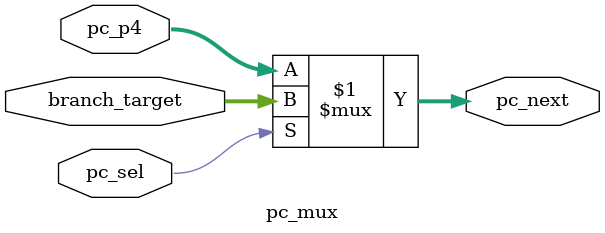
<source format=v>
module pc_adder #(parameter WIDTH = 32)(
  input wire [WIDTH-1:0] pc_in,
  output wire [WIDTH-1:0] pc_out
);  
  assign pc_out = pc_in + 4;
endmodule

//PC Adder for Target Branch
module branch_adder #(parameter WIDTH = 32)(
  input wire [WIDTH-1:0] pc_in,
  input wire [WIDTH-1:0] imm,
  output wire [WIDTH-1:0] pc_out
);
  assign pc_out = pc_in + imm;
endmodule

// 2x1 Mux for PC Select
module pc_mux #(parameter WIDTH = 32)(
  input wire pc_sel,
  input wire [WIDTH-1:0] pc_p4,
  input wire [WIDTH-1:0] branch_target,
  output wire [WIDTH-1:0] pc_next
);
  assign pc_next = pc_sel ? branch_target : pc_p4;
endmodule

</source>
